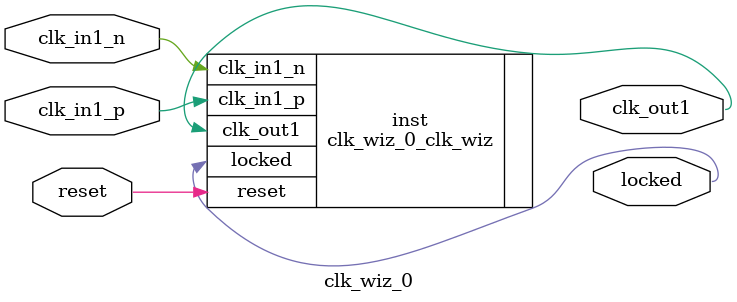
<source format=v>


`timescale 1ps/1ps

(* CORE_GENERATION_INFO = "clk_wiz_0,clk_wiz_v6_0_5_0_0,{component_name=clk_wiz_0,use_phase_alignment=true,use_min_o_jitter=false,use_max_i_jitter=false,use_dyn_phase_shift=false,use_inclk_switchover=false,use_dyn_reconfig=false,enable_axi=0,feedback_source=FDBK_AUTO,PRIMITIVE=MMCM,num_out_clk=1,clkin1_period=10.000,clkin2_period=10.000,use_power_down=false,use_reset=true,use_locked=true,use_inclk_stopped=false,feedback_type=SINGLE,CLOCK_MGR_TYPE=NA,manual_override=false}" *)

module clk_wiz_0 
 (
  // Clock out ports
  output        clk_out1,
  // Status and control signals
  input         reset,
  output        locked,
 // Clock in ports
  input         clk_in1_p,
  input         clk_in1_n
 );

  clk_wiz_0_clk_wiz inst
  (
  // Clock out ports  
  .clk_out1(clk_out1),
  // Status and control signals               
  .reset(reset), 
  .locked(locked),
 // Clock in ports
  .clk_in1_p(clk_in1_p),
  .clk_in1_n(clk_in1_n)
  );

endmodule

</source>
